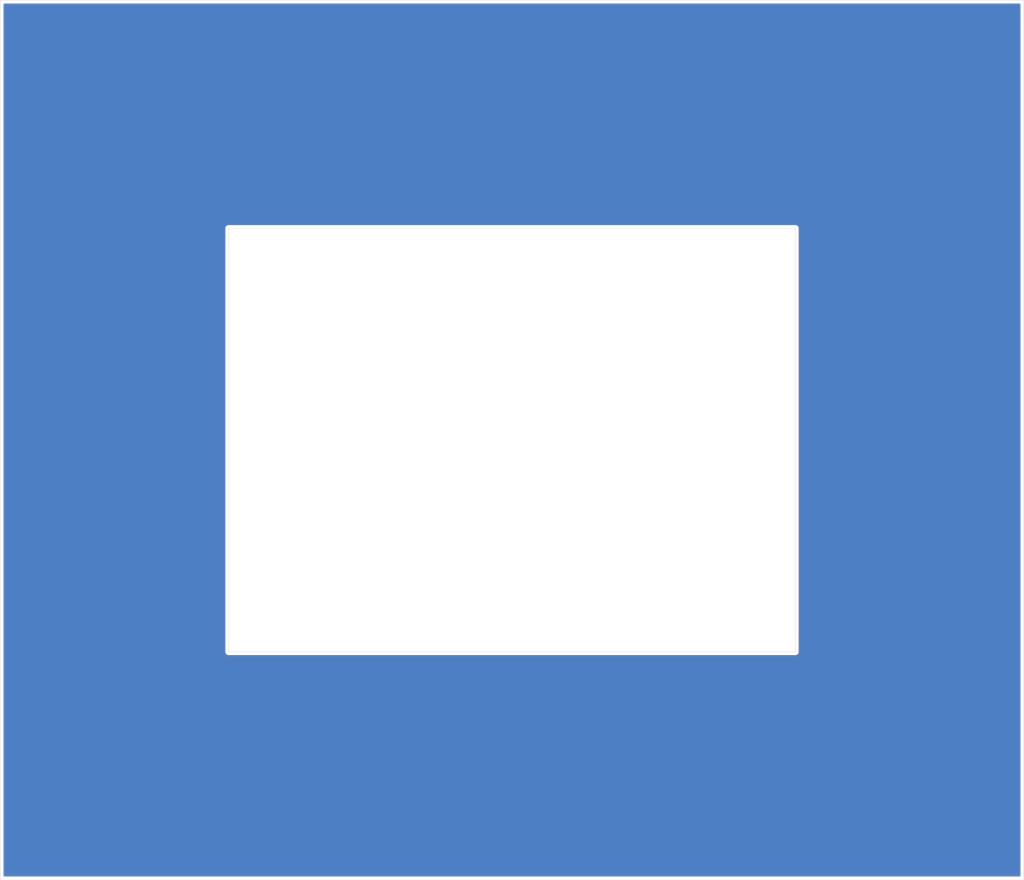
<source format=kicad_pcb>
(kicad_pcb (version 20171130) (host pcbnew "(5.1.9)-1")

  (general
    (thickness 1.6)
    (drawings 9)
    (tracks 0)
    (zones 0)
    (modules 0)
    (nets 1)
  )

  (page A4)
  (layers
    (0 F.Cu signal)
    (31 B.Cu signal)
    (32 B.Adhes user)
    (33 F.Adhes user)
    (34 B.Paste user)
    (35 F.Paste user)
    (36 B.SilkS user)
    (37 F.SilkS user)
    (38 B.Mask user)
    (39 F.Mask user)
    (40 Dwgs.User user)
    (41 Cmts.User user)
    (42 Eco1.User user)
    (43 Eco2.User user)
    (44 Edge.Cuts user)
    (45 Margin user)
    (46 B.CrtYd user)
    (47 F.CrtYd user)
    (48 B.Fab user)
    (49 F.Fab user)
  )

  (setup
    (last_trace_width 0.25)
    (user_trace_width 0.5)
    (user_trace_width 1)
    (user_trace_width 2)
    (trace_clearance 0.2)
    (zone_clearance 0.508)
    (zone_45_only no)
    (trace_min 0.2)
    (via_size 0.8)
    (via_drill 0.4)
    (via_min_size 0.4)
    (via_min_drill 0.3)
    (user_via 1.2 0.8)
    (user_via 1.6 1.2)
    (user_via 2 1.6)
    (uvia_size 0.3)
    (uvia_drill 0.1)
    (uvias_allowed no)
    (uvia_min_size 0.2)
    (uvia_min_drill 0.1)
    (edge_width 0.05)
    (segment_width 0.2)
    (pcb_text_width 0.3)
    (pcb_text_size 1.5 1.5)
    (mod_edge_width 0.12)
    (mod_text_size 1 1)
    (mod_text_width 0.15)
    (pad_size 1.524 1.524)
    (pad_drill 0.762)
    (pad_to_mask_clearance 0)
    (aux_axis_origin 0 0)
    (visible_elements 7FFFFFFF)
    (pcbplotparams
      (layerselection 0x010fc_ffffffff)
      (usegerberextensions false)
      (usegerberattributes true)
      (usegerberadvancedattributes true)
      (creategerberjobfile true)
      (excludeedgelayer true)
      (linewidth 0.100000)
      (plotframeref false)
      (viasonmask false)
      (mode 1)
      (useauxorigin false)
      (hpglpennumber 1)
      (hpglpenspeed 20)
      (hpglpendiameter 15.000000)
      (psnegative false)
      (psa4output false)
      (plotreference true)
      (plotvalue true)
      (plotinvisibletext false)
      (padsonsilk false)
      (subtractmaskfromsilk false)
      (outputformat 1)
      (mirror false)
      (drillshape 0)
      (scaleselection 1)
      (outputdirectory "eInk-picture-frame-coverboard-GERB-2021-03-08/"))
  )

  (net 0 "")

  (net_class Default "This is the default net class."
    (clearance 0.2)
    (trace_width 0.25)
    (via_dia 0.8)
    (via_drill 0.4)
    (uvia_dia 0.3)
    (uvia_drill 0.1)
  )

  (gr_text eInk-picture-frame (at 74.676 24.511) (layer F.Mask)
    (effects (font (size 1 1) (thickness 0.1)))
  )
  (gr_line (start 101.6 123.25) (end 101.6 58.3) (layer Edge.Cuts) (width 0.05) (tstamp 604669CD))
  (gr_line (start 188.5 123.25) (end 101.6 123.25) (layer Edge.Cuts) (width 0.05))
  (gr_line (start 188.5 58.3) (end 188.5 123.25) (layer Edge.Cuts) (width 0.05))
  (gr_line (start 101.6 58.3) (end 188.5 58.3) (layer Edge.Cuts) (width 0.05))
  (gr_line (start 66.55 158.27) (end 223.55 158.27) (layer Edge.Cuts) (width 0.05) (tstamp 60440EFD))
  (gr_line (start 223.55 158.27) (end 223.55 23.27) (layer Edge.Cuts) (width 0.05) (tstamp 60440EF7))
  (gr_line (start 66.55 23.27) (end 223.55 23.27) (layer Edge.Cuts) (width 0.05) (tstamp 60440EF4))
  (gr_line (start 66.55 158.27) (end 66.55 23.27) (layer Edge.Cuts) (width 0.05) (tstamp 60440EFA))

  (zone (net 0) (net_name "") (layer F.Cu) (tstamp 60466C36) (hatch edge 0.508)
    (connect_pads (clearance 0.508))
    (min_thickness 0.254)
    (fill yes (arc_segments 32) (thermal_gap 0.508) (thermal_bridge_width 0.508))
    (polygon
      (pts
        (xy 223.52 158.242) (xy 66.675 158.242) (xy 66.675 23.368) (xy 223.393 23.368)
      )
    )
    (filled_polygon
      (pts
        (xy 222.89 157.61) (xy 67.21 157.61) (xy 67.21 58.3) (xy 100.936807 58.3) (xy 100.940001 58.33243)
        (xy 100.94 123.217581) (xy 100.936807 123.25) (xy 100.94955 123.379383) (xy 100.98729 123.503793) (xy 101.048575 123.61845)
        (xy 101.131052 123.718948) (xy 101.23155 123.801425) (xy 101.346207 123.86271) (xy 101.470617 123.90045) (xy 101.6 123.913193)
        (xy 101.632419 123.91) (xy 188.467581 123.91) (xy 188.5 123.913193) (xy 188.532419 123.91) (xy 188.629383 123.90045)
        (xy 188.753793 123.86271) (xy 188.86845 123.801425) (xy 188.968948 123.718948) (xy 189.051425 123.61845) (xy 189.11271 123.503793)
        (xy 189.15045 123.379383) (xy 189.163193 123.25) (xy 189.16 123.217581) (xy 189.16 58.332419) (xy 189.163193 58.3)
        (xy 189.15045 58.170617) (xy 189.11271 58.046207) (xy 189.051425 57.93155) (xy 188.968948 57.831052) (xy 188.86845 57.748575)
        (xy 188.753793 57.68729) (xy 188.629383 57.64955) (xy 188.532419 57.64) (xy 188.5 57.636807) (xy 188.467581 57.64)
        (xy 101.632419 57.64) (xy 101.6 57.636807) (xy 101.567581 57.64) (xy 101.470617 57.64955) (xy 101.346207 57.68729)
        (xy 101.23155 57.748575) (xy 101.131052 57.831052) (xy 101.048575 57.93155) (xy 100.98729 58.046207) (xy 100.94955 58.170617)
        (xy 100.936807 58.3) (xy 67.21 58.3) (xy 67.21 23.93) (xy 222.890001 23.93)
      )
    )
  )
  (zone (net 0) (net_name "") (layer B.Cu) (tstamp 60466D07) (hatch edge 0.508)
    (connect_pads (clearance 0.508))
    (min_thickness 0.254)
    (fill yes (arc_segments 32) (thermal_gap 0.508) (thermal_bridge_width 0.508))
    (polygon
      (pts
        (xy 223.52 158.242) (xy 66.675 158.242) (xy 66.675 23.368) (xy 223.393 23.368)
      )
    )
    (filled_polygon
      (pts
        (xy 222.89 157.61) (xy 67.21 157.61) (xy 67.21 58.3) (xy 100.936807 58.3) (xy 100.940001 58.33243)
        (xy 100.94 123.217581) (xy 100.936807 123.25) (xy 100.94955 123.379383) (xy 100.98729 123.503793) (xy 101.048575 123.61845)
        (xy 101.131052 123.718948) (xy 101.23155 123.801425) (xy 101.346207 123.86271) (xy 101.470617 123.90045) (xy 101.6 123.913193)
        (xy 101.632419 123.91) (xy 188.467581 123.91) (xy 188.5 123.913193) (xy 188.532419 123.91) (xy 188.629383 123.90045)
        (xy 188.753793 123.86271) (xy 188.86845 123.801425) (xy 188.968948 123.718948) (xy 189.051425 123.61845) (xy 189.11271 123.503793)
        (xy 189.15045 123.379383) (xy 189.163193 123.25) (xy 189.16 123.217581) (xy 189.16 58.332419) (xy 189.163193 58.3)
        (xy 189.15045 58.170617) (xy 189.11271 58.046207) (xy 189.051425 57.93155) (xy 188.968948 57.831052) (xy 188.86845 57.748575)
        (xy 188.753793 57.68729) (xy 188.629383 57.64955) (xy 188.532419 57.64) (xy 188.5 57.636807) (xy 188.467581 57.64)
        (xy 101.632419 57.64) (xy 101.6 57.636807) (xy 101.567581 57.64) (xy 101.470617 57.64955) (xy 101.346207 57.68729)
        (xy 101.23155 57.748575) (xy 101.131052 57.831052) (xy 101.048575 57.93155) (xy 100.98729 58.046207) (xy 100.94955 58.170617)
        (xy 100.936807 58.3) (xy 67.21 58.3) (xy 67.21 23.93) (xy 222.890001 23.93)
      )
    )
  )
)

</source>
